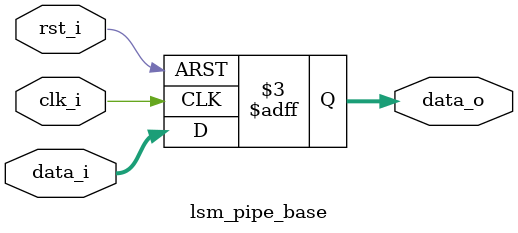
<source format=v>
module lsm_pipe_base(
        rst_i,
	    clk_i,
		data_i,
	    data_o
	);

input    rst_i;
input    clk_i;
input    [32-1:0] data_i;
output   [32-1:0] data_o;
reg      [32-1:0] data_o;

	  
always @(posedge clk_i or negedge  rst_i) begin
	 if( rst_i == 0)begin
	   data_o <= 0;
	 end
     else begin
	     data_o <= data_i;
	end
end
endmodule
</source>
